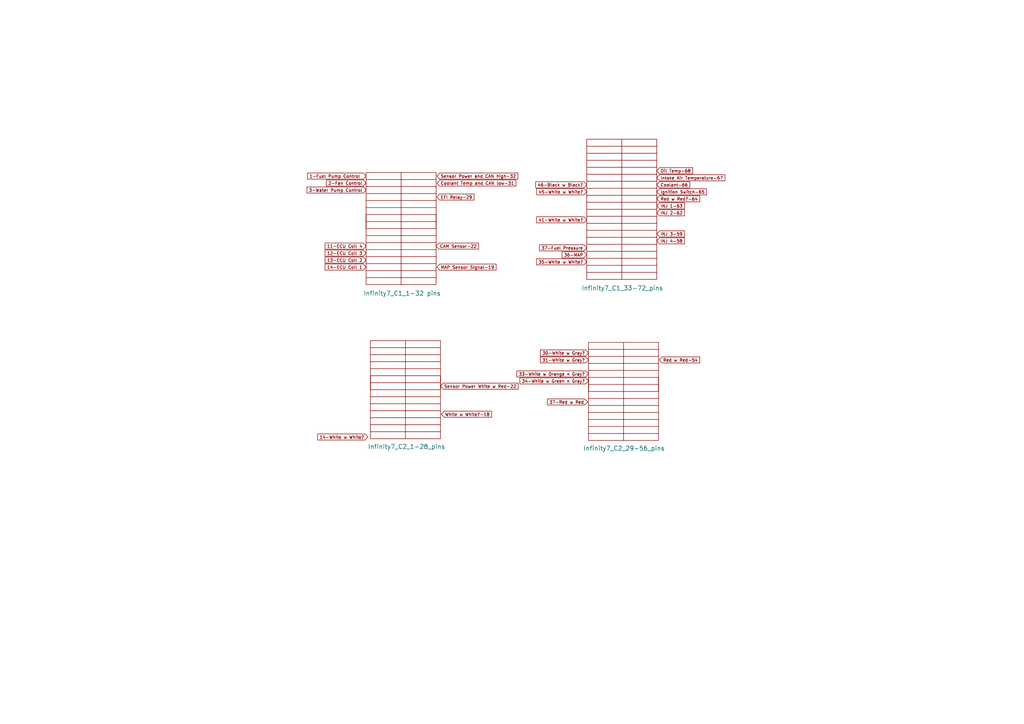
<source format=kicad_sch>
(kicad_sch (version 20211123) (generator eeschema)
  (paper "A4")
  (lib_symbols
    (symbol "Ty lib:Infinity7_C1_1-32 pins"
      (property "Value" "Infinity7_C1_1-32 pins" (at 0 -18.288 0))
      (symbol "Infinity7_C1_1-32 pins_0_0"
        (polyline (pts (xy -10.16 -14.224) (xy 10.16 -14.224)))
        (polyline (pts (xy -10.16 -12.192) (xy 10.16 -12.192)))
        (polyline (pts (xy -10.16 -8.128) (xy 10.16 -8.128)))
        (polyline (pts (xy -10.16 -4.064) (xy 10.16 -4.064)))
        (polyline (pts (xy -10.16 -2.032) (xy 10.16 -2.032)))
        (polyline (pts (xy -10.16 6.096) (xy 10.16 6.096)))
        (polyline (pts (xy -10.16 10.16) (xy 10.16 10.16)))
        (polyline (pts (xy -10.16 12.192) (xy 10.16 12.192)))
        (polyline (pts (xy -10.16 14.224) (xy 10.16 14.224)))
        (polyline (pts (xy 0 -16.256) (xy 0 16.256)))
        (polyline (pts (xy 10.16 -10.16) (xy -10.16 -10.16)))
        (polyline (pts (xy 10.16 -6.096) (xy -10.16 -6.096)))
        (polyline (pts (xy 10.16 8.128) (xy -10.16 8.128)))
        (polyline (pts (xy 10.16 2.032) (xy -10.16 2.032) (xy -10.16 0) (xy 10.16 0) (xy 10.16 2.032) (xy 10.16 4.064) (xy -10.16 4.064) (xy -10.16 2.032)))
      )
      (symbol "Infinity7_C1_1-32 pins_0_1"
        (rectangle (start -10.16 16.256) (end 10.16 -16.256))
      )
    )
    (symbol "Ty lib:Infinity7_C1_33-72_pins"
      (property "Value" "Infinity7_C1_33-72_pins" (at 0 -22.86 0))
      (symbol "Infinity7_C1_33-72_pins_0_0"
        (polyline (pts (xy -10.16 -18.288) (xy 10.16 -18.288)))
        (polyline (pts (xy -10.16 -16.256) (xy 10.16 -16.256)))
        (polyline (pts (xy -10.16 -14.224) (xy 10.16 -14.224)))
        (polyline (pts (xy -10.16 -12.192) (xy 10.16 -12.192)))
        (polyline (pts (xy -10.16 -8.128) (xy 10.16 -8.128)))
        (polyline (pts (xy -10.16 -4.064) (xy 10.16 -4.064)))
        (polyline (pts (xy -10.16 -2.032) (xy 10.16 -2.032)))
        (polyline (pts (xy -10.16 6.096) (xy 10.16 6.096)))
        (polyline (pts (xy -10.16 10.16) (xy 10.16 10.16)))
        (polyline (pts (xy -10.16 12.192) (xy 10.16 12.192)))
        (polyline (pts (xy -10.16 14.224) (xy 10.16 14.224)))
        (polyline (pts (xy -10.16 16.256) (xy 10.16 16.256)))
        (polyline (pts (xy -10.16 18.288) (xy 10.16 18.288)))
        (polyline (pts (xy 0 -20.32) (xy 0 20.32)))
        (polyline (pts (xy 10.16 -10.16) (xy -10.16 -10.16)))
        (polyline (pts (xy 10.16 -6.096) (xy -10.16 -6.096)))
        (polyline (pts (xy 10.16 8.128) (xy -10.16 8.128)))
        (polyline (pts (xy 10.16 2.032) (xy -10.16 2.032) (xy -10.16 0) (xy 10.16 0) (xy 10.16 2.032) (xy 10.16 4.064) (xy -10.16 4.064) (xy -10.16 2.032)))
      )
      (symbol "Infinity7_C1_33-72_pins_0_1"
        (rectangle (start -10.16 20.32) (end 10.16 -20.32))
      )
    )
    (symbol "Ty lib:Infinity7_C2_1-28_pins"
      (property "Value" "Infinity7_C2_1-28_pins" (at 0 -16.51 0))
      (symbol "Infinity7_C2_1-28_pins_0_0"
        (polyline (pts (xy -10.16 -12.192) (xy 10.16 -12.192)))
        (polyline (pts (xy -10.16 -8.128) (xy 10.16 -8.128)))
        (polyline (pts (xy -10.16 -4.064) (xy 10.16 -4.064)))
        (polyline (pts (xy -10.16 -2.032) (xy 10.16 -2.032)))
        (polyline (pts (xy -10.16 6.096) (xy 10.16 6.096)))
        (polyline (pts (xy -10.16 10.16) (xy 10.16 10.16)))
        (polyline (pts (xy -10.16 12.192) (xy 10.16 12.192)))
        (polyline (pts (xy 0 -14.224) (xy 0 14.224)))
        (polyline (pts (xy 10.16 -10.16) (xy -10.16 -10.16)))
        (polyline (pts (xy 10.16 -6.096) (xy -10.16 -6.096)))
        (polyline (pts (xy 10.16 8.128) (xy -10.16 8.128)))
        (polyline (pts (xy 10.16 2.032) (xy -10.16 2.032) (xy -10.16 0) (xy 10.16 0) (xy 10.16 2.032) (xy 10.16 4.064) (xy -10.16 4.064) (xy -10.16 2.032)))
      )
      (symbol "Infinity7_C2_1-28_pins_0_1"
        (rectangle (start -10.16 14.224) (end 10.16 -14.224))
      )
    )
    (symbol "Ty lib:Infinity7_C2_29-56_pins"
      (property "Value" "Infinity7_C2_29-56_pins" (at 0 -16.51 0))
      (symbol "Infinity7_C2_29-56_pins_0_0"
        (polyline (pts (xy -10.16 -12.192) (xy 10.16 -12.192)))
        (polyline (pts (xy -10.16 -8.128) (xy 10.16 -8.128)))
        (polyline (pts (xy -10.16 -4.064) (xy 10.16 -4.064)))
        (polyline (pts (xy -10.16 -2.032) (xy 10.16 -2.032)))
        (polyline (pts (xy -10.16 6.096) (xy 10.16 6.096)))
        (polyline (pts (xy -10.16 10.16) (xy 10.16 10.16)))
        (polyline (pts (xy -10.16 12.192) (xy 10.16 12.192)))
        (polyline (pts (xy 0 -14.224) (xy 0 14.224)))
        (polyline (pts (xy 10.16 -10.16) (xy -10.16 -10.16)))
        (polyline (pts (xy 10.16 -6.096) (xy -10.16 -6.096)))
        (polyline (pts (xy 10.16 8.128) (xy -10.16 8.128)))
        (polyline (pts (xy 10.16 2.032) (xy -10.16 2.032) (xy -10.16 0) (xy 10.16 0) (xy 10.16 2.032) (xy 10.16 4.064) (xy -10.16 4.064) (xy -10.16 2.032)))
      )
      (symbol "Infinity7_C2_29-56_pins_0_1"
        (rectangle (start -10.16 14.224) (end 10.16 -14.224))
      )
    )
  )
  (global_label "INJ 1-63" (shape input) (at 190.5 59.69 0) (effects (font (size 0.889 0.889))) (property "Intersheet References" "${INTERSHEET_REFS}" (effects hide)))
  (global_label "45-White w White?" (shape input) (at 170.18 55.626 180) (effects (font (size 0.889 0.889))) (property "Intersheet References" "${INTERSHEET_REFS}" (effects hide)))
  (global_label "Sensor Power White w Red-22" (shape input) (at 127.762 112.014 0) (effects (font (size 0.889 0.889))) (property "Intersheet References" "${INTERSHEET_REFS}" (effects hide)))
  (global_label "Coolant-66" (shape input) (at 190.5 53.594 0) (effects (font (size 0.889 0.889))) (property "Intersheet References" "${INTERSHEET_REFS}" (effects hide)))
  (global_label "2-Fan Control" (shape input) (at 106.172 53.086 180) (effects (font (size 0.889 0.889))) (property "Intersheet References" "${INTERSHEET_REFS}" (effects hide)))
  (global_label "Ignition Switch-65" (shape input) (at 190.5 55.626 0) (effects (font (size 0.889 0.889))) (property "Intersheet References" "${INTERSHEET_REFS}" (effects hide)))
  (global_label "46-Black w Black?" (shape input) (at 170.18 53.594 180) (effects (font (size 0.889 0.889))) (property "Intersheet References" "${INTERSHEET_REFS}" (effects hide)))
  (global_label "30-White w Gray?" (shape input) (at 170.688 102.362 180) (effects (font (size 0.889 0.889))) (property "Intersheet References" "${INTERSHEET_REFS}" (effects hide)))
  (global_label "White w White?-18" (shape input) (at 128.016 120.142 0) (effects (font (size 0.889 0.889))) (property "Intersheet References" "${INTERSHEET_REFS}" (effects hide)))
  (global_label "Oil Temp-68" (shape input) (at 190.5 49.53 0) (effects (font (size 0.889 0.889))) (property "Intersheet References" "${INTERSHEET_REFS}" (effects hide)))
  (global_label "41-White w White?" (shape input) (at 170.18 63.754 180) (effects (font (size 0.889 0.889))) (property "Intersheet References" "${INTERSHEET_REFS}" (effects hide)))
  (global_label "14-White w White?" (shape input) (at 106.68 126.746 180) (effects (font (size 0.889 0.889))) (property "Intersheet References" "${INTERSHEET_REFS}" (effects hide)))
  (global_label "Red w Red?-64" (shape input) (at 190.5 57.658 0) (effects (font (size 0.889 0.889))) (property "Intersheet References" "${INTERSHEET_REFS}" (effects hide)))
  (global_label "12-ECU Coil 3" (shape input) (at 106.172 73.406 180) (effects (font (size 0.889 0.889))) (property "Intersheet References" "${INTERSHEET_REFS}" (effects hide)))
  (global_label "1-Fuel Pump Control " (shape input) (at 106.172 51.054 180) (effects (font (size 0.889 0.889))) (property "Intersheet References" "${INTERSHEET_REFS}" (effects hide)))
  (global_label "Red w Red-54" (shape input) (at 191.262 104.394 0) (effects (font (size 0.889 0.889))) (property "Intersheet References" "${INTERSHEET_REFS}" (effects hide)))
  (global_label "Intake Air Temperature-67" (shape input) (at 190.5 51.562 0) (effects (font (size 0.889 0.889))) (property "Intersheet References" "${INTERSHEET_REFS}" (effects hide)))
  (global_label "INJ 2-62" (shape input) (at 190.5 61.722 0) (effects (font (size 0.889 0.889))) (property "Intersheet References" "${INTERSHEET_REFS}" (effects hide)))
  (global_label "INJ 3-59" (shape input) (at 190.5 67.818 0) (effects (font (size 0.889 0.889))) (property "Intersheet References" "${INTERSHEET_REFS}" (effects hide)))
  (global_label "14-ECU Coil 1" (shape input) (at 106.172 77.47 180) (effects (font (size 0.889 0.889))) (property "Intersheet References" "${INTERSHEET_REFS}" (effects hide)))
  (global_label "37-Red w Red" (shape input) (at 170.434 116.586 180) (effects (font (size 0.889 0.889))) (property "Intersheet References" "${INTERSHEET_REFS}" (effects hide)))
  (global_label "31-White w Gray?" (shape input) (at 170.688 104.394 180) (effects (font (size 0.889 0.889))) (property "Intersheet References" "${INTERSHEET_REFS}" (effects hide)))
  (global_label "MAP Sensor Signal-19" (shape input) (at 126.746 77.47 0) (effects (font (size 0.889 0.889))) (property "Intersheet References" "${INTERSHEET_REFS}" (effects hide)))
  (global_label "Coolant Temp and CAN low-31" (shape input) (at 126.746 53.086 0) (effects (font (size 0.889 0.889))) (property "Intersheet References" "${INTERSHEET_REFS}" (effects hide)))
  (global_label "Sensor Power and CAN high-32" (shape input) (at 126.746 51.054 0) (effects (font (size 0.889 0.889))) (property "Intersheet References" "${INTERSHEET_REFS}" (effects hide)))
  (global_label "CAM Sensor-22" (shape input) (at 126.492 71.374 0) (effects (font (size 0.889 0.889))) (property "Intersheet References" "${INTERSHEET_REFS}" (effects hide)))
  (global_label "36-MAP" (shape input) (at 170.18 73.914 180) (effects (font (size 0.889 0.889))) (property "Intersheet References" "${INTERSHEET_REFS}" (effects hide)))
  (global_label "37-Fuel Pressure" (shape input) (at 170.18 71.882 180) (effects (font (size 0.889 0.889))) (property "Intersheet References" "${INTERSHEET_REFS}" (effects hide)))
  (global_label "33-White w Orange n Gray?" (shape input) (at 170.688 108.458 180) (effects (font (size 0.889 0.889))) (property "Intersheet References" "${INTERSHEET_REFS}" (effects hide)))
  (global_label "INJ 4-58" (shape input) (at 190.5 69.85 0) (effects (font (size 0.889 0.889))) (property "Intersheet References" "${INTERSHEET_REFS}" (effects hide)))
  (global_label "34-White w Green n Gray?" (shape input) (at 170.688 110.49 180) (effects (font (size 0.889 0.889))) (property "Intersheet References" "${INTERSHEET_REFS}" (effects hide)))
  (global_label "11-ECU Coil 4" (shape input) (at 106.172 71.374 180) (effects (font (size 0.889 0.889))) (property "Intersheet References" "${INTERSHEET_REFS}" (effects hide)))
  (global_label "3-Water Pump Control" (shape input) (at 106.172 55.118 180) (effects (font (size 0.889 0.889))) (property "Intersheet References" "${INTERSHEET_REFS}" (effects hide)))
  (global_label "EFI Relay-29" (shape input) (at 126.746 57.15 0) (effects (font (size 0.889 0.889))) (property "Intersheet References" "${INTERSHEET_REFS}" (effects hide)))
  (global_label "13-ECU Coil 2" (shape input) (at 106.172 75.438 180) (effects (font (size 0.889 0.889))) (property "Intersheet References" "${INTERSHEET_REFS}" (effects hide)))
  (global_label "35-White w White?" (shape input) (at 170.18 75.946 180) (effects (font (size 0.889 0.889))) (property "Intersheet References" "${INTERSHEET_REFS}" (effects hide)))
  (symbol (lib_id "Ty lib:Infinity7_C2_29-56_pins") (at 180.848 113.538 0) (unit 1)
    (property "Reference" "U?" (effects hide))
    (property "Value" "Infinity7_C2_29-56_pins" (at 169.164 130.048 0) (effects (justify left)))
  )
  (symbol (lib_id "Ty lib:Infinity7_C1_33-72_pins") (at 180.34 60.706 0) (unit 1)
    (property "Reference" "U?" (effects hide))
    (property "Value" "Infinity7_C1_33-72_pins" (at 168.656 83.566 0) (effects (justify left)))
  )
  (symbol (lib_id "Ty lib:Infinity7_C2_1-28_pins") (at 117.602 113.03 0) (unit 1)
    (property "Reference" "U?" (effects hide))
    (property "Value" "Infinity7_C2_1-28_pins" (at 106.68 129.54 0) (effects (justify left)))
  )
  (symbol (lib_id "Ty lib:Infinity7_C1_1-32 pins") (at 116.332 66.294 0) (unit 1)
    (property "Reference" "U?" (effects hide))
    (property "Value" "Infinity7_C1_1-32 pins" (at 105.41 85.09 0) (effects (justify left)))
  )
)
</source>
